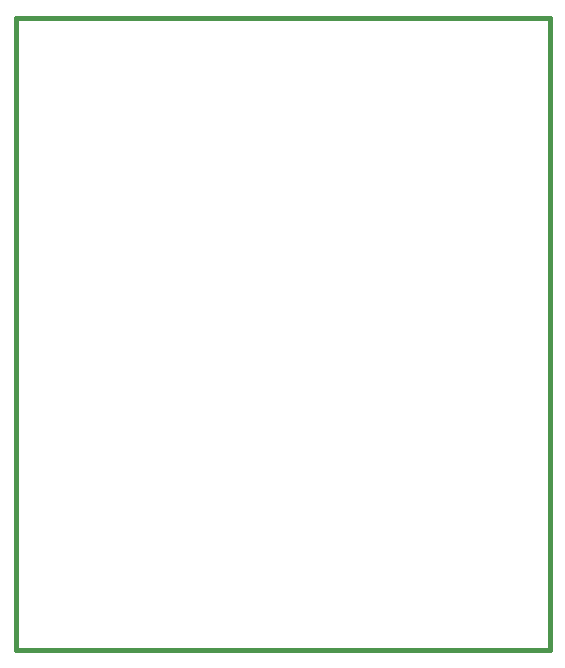
<source format=gbr>
G04 (created by PCBNEW-RS274X (2012-apr-16-27)-stable) date Thu 10 Jul 2014 06:21:53 PM PDT*
G01*
G70*
G90*
%MOIN*%
G04 Gerber Fmt 3.4, Leading zero omitted, Abs format*
%FSLAX34Y34*%
G04 APERTURE LIST*
%ADD10C,0.006000*%
%ADD11C,0.015000*%
G04 APERTURE END LIST*
G54D10*
G54D11*
X24933Y-27559D02*
X42728Y-27559D01*
X24933Y-48622D02*
X24933Y-27559D01*
X42728Y-48622D02*
X24933Y-48622D01*
X42728Y-27559D02*
X42728Y-48622D01*
M02*

</source>
